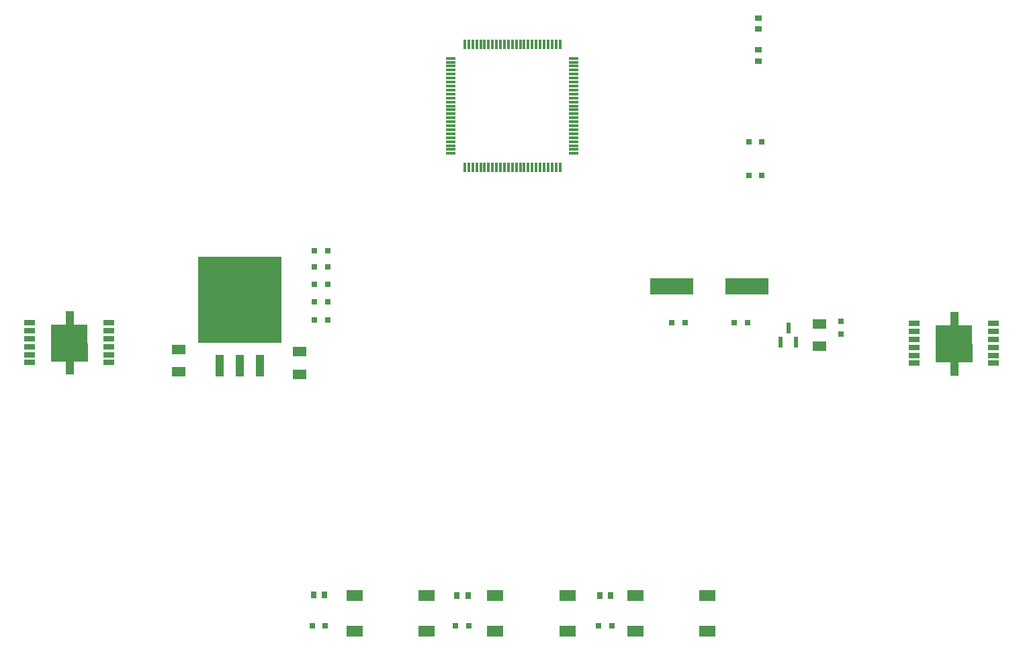
<source format=gbr>
%TF.GenerationSoftware,KiCad,Pcbnew,(5.1.6)-1*%
%TF.CreationDate,2020-09-14T15:10:24-05:00*%
%TF.ProjectId,Follower_Line_PCB_IM,466f6c6c-6f77-4657-925f-4c696e655f50,Iron Makers*%
%TF.SameCoordinates,Original*%
%TF.FileFunction,Paste,Top*%
%TF.FilePolarity,Positive*%
%FSLAX46Y46*%
G04 Gerber Fmt 4.6, Leading zero omitted, Abs format (unit mm)*
G04 Created by KiCad (PCBNEW (5.1.6)-1) date 2020-09-14 15:10:24*
%MOMM*%
%LPD*%
G01*
G04 APERTURE LIST*
%ADD10C,0.010000*%
%ADD11R,2.108200X1.397000*%
%ADD12R,1.350000X0.650000*%
%ADD13R,1.200000X0.299999*%
%ADD14R,0.299999X1.200000*%
%ADD15R,0.655600X0.800000*%
%ADD16R,1.752600X1.219200*%
%ADD17R,0.800000X0.655600*%
%ADD18R,0.711200X0.889000*%
%ADD19R,0.889000X0.711200*%
%ADD20R,10.464800X10.871200*%
%ADD21R,1.016000X2.692400*%
%ADD22R,5.500000X2.000000*%
%ADD23R,0.558800X1.320800*%
G04 APERTURE END LIST*
D10*
%TO.C,DMB1*%
G36*
X190909300Y-101236700D02*
G01*
X195416000Y-101235850D01*
X195434400Y-105784150D01*
X190927700Y-105785000D01*
X190909300Y-101236700D01*
G37*
X190909300Y-101236700D02*
X195416000Y-101235850D01*
X195434400Y-105784150D01*
X190927700Y-105785000D01*
X190909300Y-101236700D01*
G36*
X192745500Y-99547600D02*
G01*
X193695500Y-99547600D01*
X193700600Y-107457200D01*
X192750600Y-107457200D01*
X192745500Y-99547600D01*
G37*
X192745500Y-99547600D02*
X193695500Y-99547600D01*
X193700600Y-107457200D01*
X192750600Y-107457200D01*
X192745500Y-99547600D01*
%TO.C,DMA1*%
G36*
X79389300Y-101146700D02*
G01*
X83896000Y-101145850D01*
X83914400Y-105694150D01*
X79407700Y-105695000D01*
X79389300Y-101146700D01*
G37*
X79389300Y-101146700D02*
X83896000Y-101145850D01*
X83914400Y-105694150D01*
X79407700Y-105695000D01*
X79389300Y-101146700D01*
G36*
X81225500Y-99457600D02*
G01*
X82175500Y-99457600D01*
X82180600Y-107367200D01*
X81230600Y-107367200D01*
X81225500Y-99457600D01*
G37*
X81225500Y-99457600D02*
X82175500Y-99457600D01*
X82180600Y-107367200D01*
X81230600Y-107367200D01*
X81225500Y-99457600D01*
%TD*%
D11*
%TO.C,RESET1*%
X162123200Y-135230000D03*
X162123200Y-139725800D03*
X153030000Y-139725800D03*
X153030000Y-135230000D03*
%TD*%
%TO.C,BOOT0*%
X126713200Y-135230000D03*
X126713200Y-139725800D03*
X117620000Y-139725800D03*
X117620000Y-135230000D03*
%TD*%
%TO.C,AM1*%
X144453200Y-135230000D03*
X144453200Y-139725800D03*
X135360000Y-139725800D03*
X135360000Y-135230000D03*
%TD*%
D12*
%TO.C,DMB1*%
X198165000Y-101010000D03*
X198165000Y-102010000D03*
X198165000Y-103010000D03*
X198165000Y-104010000D03*
X198165000Y-105010000D03*
X198165000Y-106010000D03*
X188215000Y-106010000D03*
X188215000Y-105010000D03*
X188215000Y-104010000D03*
X188215000Y-103010000D03*
X188215000Y-102010000D03*
X188215000Y-101010000D03*
%TD*%
%TO.C,DMA1*%
X86645000Y-100920000D03*
X86645000Y-101920000D03*
X86645000Y-102920000D03*
X86645000Y-103920000D03*
X86645000Y-104920000D03*
X86645000Y-105920000D03*
X76695000Y-105920000D03*
X76695000Y-104920000D03*
X76695000Y-103920000D03*
X76695000Y-102920000D03*
X76695000Y-101920000D03*
X76695000Y-100920000D03*
%TD*%
D13*
%TO.C,STM32*%
X145280000Y-79590001D03*
X145280000Y-79089999D03*
X145280000Y-78590000D03*
X145280000Y-78089999D03*
X145280000Y-77590000D03*
X145280000Y-77090001D03*
X145280000Y-76589999D03*
X145280000Y-76090000D03*
X145280000Y-75589999D03*
X145280000Y-75090000D03*
X145280000Y-74590001D03*
X145280000Y-74089999D03*
X145280000Y-73590001D03*
X145280000Y-73090001D03*
X145280000Y-72589999D03*
X145280000Y-72090000D03*
X145280000Y-71589999D03*
X145280000Y-71090000D03*
X145280000Y-70590001D03*
X145280000Y-70089999D03*
X145280000Y-69590000D03*
X145280000Y-69089999D03*
X145280000Y-68590000D03*
X145280000Y-68090001D03*
X145280000Y-67589999D03*
D14*
X143530001Y-65840000D03*
X143029999Y-65840000D03*
X142530000Y-65840000D03*
X142029999Y-65840000D03*
X141530000Y-65840000D03*
X141030001Y-65840000D03*
X140529999Y-65840000D03*
X140030000Y-65840000D03*
X139529999Y-65840000D03*
X139030000Y-65840000D03*
X138530001Y-65840000D03*
X138029999Y-65840000D03*
X137529999Y-65840000D03*
X137030001Y-65840000D03*
X136529999Y-65840000D03*
X136030000Y-65840000D03*
X135529999Y-65840000D03*
X135030000Y-65840000D03*
X134530001Y-65840000D03*
X134029999Y-65840000D03*
X133530000Y-65840000D03*
X133029999Y-65840000D03*
X132530000Y-65840000D03*
X132030001Y-65840000D03*
X131529999Y-65840000D03*
D13*
X129780000Y-67589999D03*
X129780000Y-68090001D03*
X129780000Y-68590000D03*
X129780000Y-69089999D03*
X129780000Y-69590000D03*
X129780000Y-70089999D03*
X129780000Y-70590001D03*
X129780000Y-71090000D03*
X129780000Y-71589999D03*
X129780000Y-72090000D03*
X129780000Y-72589999D03*
X129780000Y-73090001D03*
X129780000Y-73590001D03*
X129780000Y-74089999D03*
X129780000Y-74590001D03*
X129780000Y-75090000D03*
X129780000Y-75589999D03*
X129780000Y-76090000D03*
X129780000Y-76589999D03*
X129780000Y-77090001D03*
X129780000Y-77590000D03*
X129780000Y-78089999D03*
X129780000Y-78590000D03*
X129780000Y-79089999D03*
X129780000Y-79590001D03*
D14*
X131529999Y-81340000D03*
X132030001Y-81340000D03*
X132530000Y-81340000D03*
X133029999Y-81340000D03*
X133530000Y-81340000D03*
X134029999Y-81340000D03*
X134530001Y-81340000D03*
X135030000Y-81340000D03*
X135529999Y-81340000D03*
X136030000Y-81340000D03*
X136529999Y-81340000D03*
X137030001Y-81340000D03*
X137529999Y-81340000D03*
X138029999Y-81340000D03*
X138530001Y-81340000D03*
X139030000Y-81340000D03*
X139529999Y-81340000D03*
X140030000Y-81340000D03*
X140529999Y-81340000D03*
X141030001Y-81340000D03*
X141530000Y-81340000D03*
X142029999Y-81340000D03*
X142530000Y-81340000D03*
X143029999Y-81340000D03*
X143530001Y-81340000D03*
%TD*%
D15*
%TO.C,C1*%
X148392200Y-139090000D03*
X150047800Y-139090000D03*
%TD*%
%TO.C,C2*%
X113957800Y-139080000D03*
X112302200Y-139080000D03*
%TD*%
%TO.C,C3*%
X159300000Y-100920000D03*
X157644400Y-100920000D03*
%TD*%
%TO.C,C4*%
X167147800Y-100930000D03*
X165492200Y-100930000D03*
%TD*%
%TO.C,C5*%
X168985200Y-82343800D03*
X167329600Y-82343800D03*
%TD*%
%TO.C,C6*%
X167342800Y-78110800D03*
X168998400Y-78110800D03*
%TD*%
D16*
%TO.C,C7*%
X95470000Y-107112400D03*
X95470000Y-104267600D03*
%TD*%
%TO.C,C8*%
X110740000Y-104550000D03*
X110740000Y-107394800D03*
%TD*%
D15*
%TO.C,C9*%
X112612200Y-100560000D03*
X114267800Y-100560000D03*
%TD*%
%TO.C,C10*%
X114267800Y-98270000D03*
X112612200Y-98270000D03*
%TD*%
%TO.C,C11*%
X112612200Y-96080000D03*
X114267800Y-96080000D03*
%TD*%
%TO.C,C12*%
X114267800Y-93860000D03*
X112612200Y-93860000D03*
%TD*%
%TO.C,C13*%
X112610000Y-91840000D03*
X114265600Y-91840000D03*
%TD*%
D16*
%TO.C,C14*%
X176250000Y-103900000D03*
X176250000Y-101055200D03*
%TD*%
D17*
%TO.C,C15*%
X178950000Y-102347800D03*
X178950000Y-100692200D03*
%TD*%
D15*
%TO.C,C16*%
X132040000Y-139110000D03*
X130384400Y-139110000D03*
%TD*%
D18*
%TO.C,R1*%
X148533000Y-135230000D03*
X149930000Y-135230000D03*
%TD*%
%TO.C,R2*%
X112461500Y-135220000D03*
X113858500Y-135220000D03*
%TD*%
D19*
%TO.C,R3*%
X168550000Y-67958500D03*
X168550000Y-66561500D03*
%TD*%
%TO.C,R4*%
X168572400Y-63916600D03*
X168572400Y-62519600D03*
%TD*%
D18*
%TO.C,R5*%
X131950000Y-135230000D03*
X130553000Y-135230000D03*
%TD*%
D20*
%TO.C,RV-3.3V1*%
X103180000Y-98020000D03*
D21*
X105720000Y-106300400D03*
X103180000Y-106300400D03*
X100640000Y-106300400D03*
%TD*%
D22*
%TO.C,Y1*%
X167140000Y-96330000D03*
X157640000Y-96330000D03*
%TD*%
D23*
%TO.C,Z1*%
X172310000Y-101582750D03*
X173262500Y-103375200D03*
X171357500Y-103375200D03*
%TD*%
M02*

</source>
